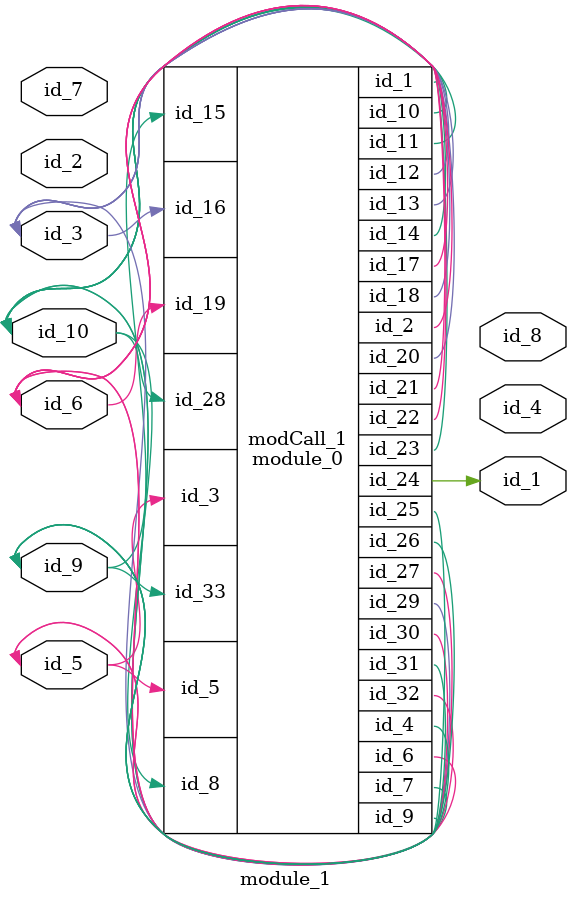
<source format=v>
module module_0 (
    id_1,
    id_2,
    id_3,
    id_4,
    id_5,
    id_6,
    id_7,
    id_8,
    id_9,
    id_10,
    id_11,
    id_12,
    id_13,
    id_14,
    id_15,
    id_16,
    id_17,
    id_18,
    id_19,
    id_20,
    id_21,
    id_22,
    id_23,
    id_24,
    id_25,
    id_26,
    id_27,
    id_28,
    id_29,
    id_30,
    id_31,
    id_32,
    id_33
);
  input wire id_33;
  inout wire id_32;
  output wire id_31;
  output wire id_30;
  output wire id_29;
  input wire id_28;
  inout wire id_27;
  inout wire id_26;
  output wire id_25;
  output wire id_24;
  inout wire id_23;
  inout wire id_22;
  inout wire id_21;
  inout wire id_20;
  input wire id_19;
  output wire id_18;
  inout wire id_17;
  input wire id_16;
  input wire id_15;
  inout wire id_14;
  inout wire id_13;
  inout wire id_12;
  inout wire id_11;
  output wire id_10;
  output wire id_9;
  input wire id_8;
  output wire id_7;
  inout wire id_6;
  input wire id_5;
  output wire id_4;
  input wire id_3;
  inout wire id_2;
  output wire id_1;
endmodule
module module_1 (
    id_1,
    id_2,
    id_3,
    id_4,
    id_5,
    id_6,
    id_7,
    id_8,
    id_9,
    id_10
);
  inout wire id_10;
  inout wire id_9;
  output wire id_8;
  input wire id_7;
  inout wire id_6;
  inout wire id_5;
  output wire id_4;
  inout wire id_3;
  input wire id_2;
  output wire id_1;
  module_0 modCall_1 (
      id_10,
      id_6,
      id_5,
      id_9,
      id_5,
      id_6,
      id_10,
      id_10,
      id_10,
      id_10,
      id_10,
      id_3,
      id_3,
      id_10,
      id_9,
      id_3,
      id_6,
      id_3,
      id_6,
      id_3,
      id_6,
      id_6,
      id_10,
      id_1,
      id_9,
      id_9,
      id_5,
      id_10,
      id_3,
      id_6,
      id_9,
      id_5,
      id_9
  );
endmodule

</source>
